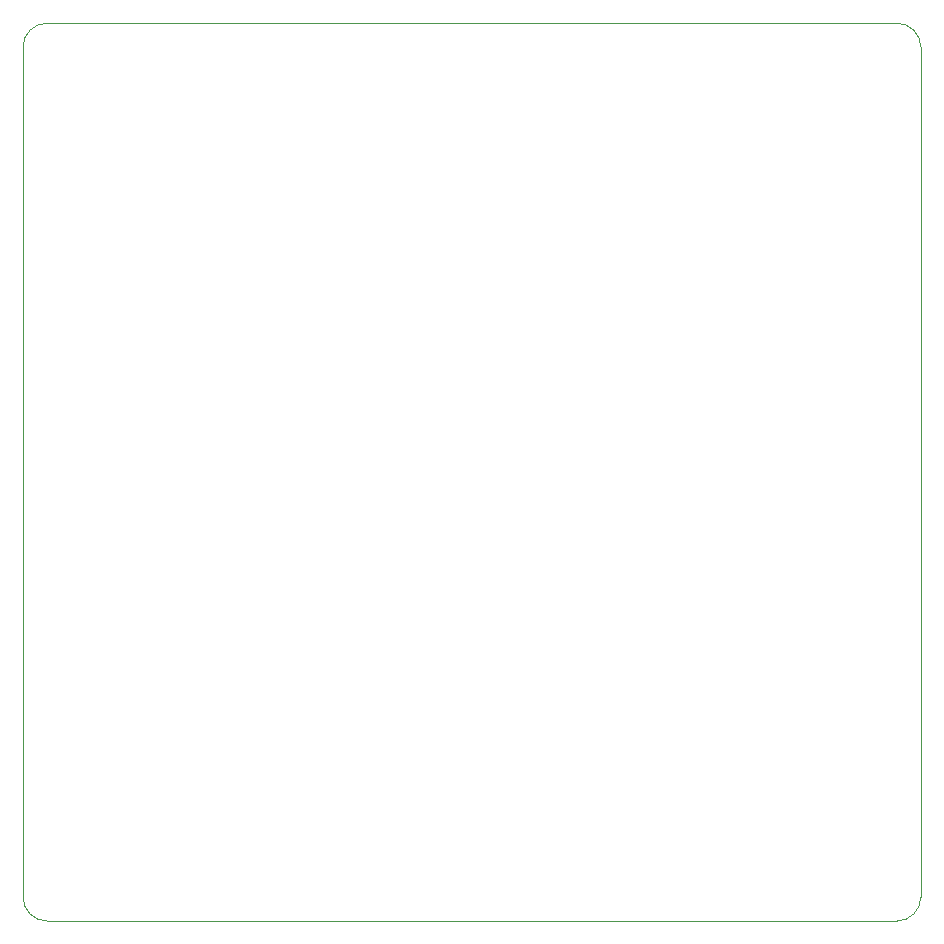
<source format=gbr>
%TF.GenerationSoftware,KiCad,Pcbnew,7.0.9*%
%TF.CreationDate,2023-11-24T07:46:00-06:00*%
%TF.ProjectId,TM13,544d3133-2e6b-4696-9361-645f70636258,rev?*%
%TF.SameCoordinates,Original*%
%TF.FileFunction,Profile,NP*%
%FSLAX46Y46*%
G04 Gerber Fmt 4.6, Leading zero omitted, Abs format (unit mm)*
G04 Created by KiCad (PCBNEW 7.0.9) date 2023-11-24 07:46:00*
%MOMM*%
%LPD*%
G01*
G04 APERTURE LIST*
%TA.AperFunction,Profile*%
%ADD10C,0.100000*%
%TD*%
G04 APERTURE END LIST*
D10*
X96000000Y-22000000D02*
G75*
G03*
X94000000Y-20000000I-2000000J0D01*
G01*
X22000000Y-96000000D02*
X94000000Y-96000000D01*
X22000000Y-20000000D02*
X94000000Y-20000000D01*
X96000000Y-22000000D02*
X96000000Y-94000000D01*
X20000000Y-94000000D02*
G75*
G03*
X22000000Y-96000000I2000000J0D01*
G01*
X20000000Y-22000000D02*
X20000000Y-94000000D01*
X94000000Y-96000000D02*
G75*
G03*
X96000000Y-94000000I0J2000000D01*
G01*
X22000000Y-20000000D02*
G75*
G03*
X20000000Y-22000000I0J-2000000D01*
G01*
M02*

</source>
